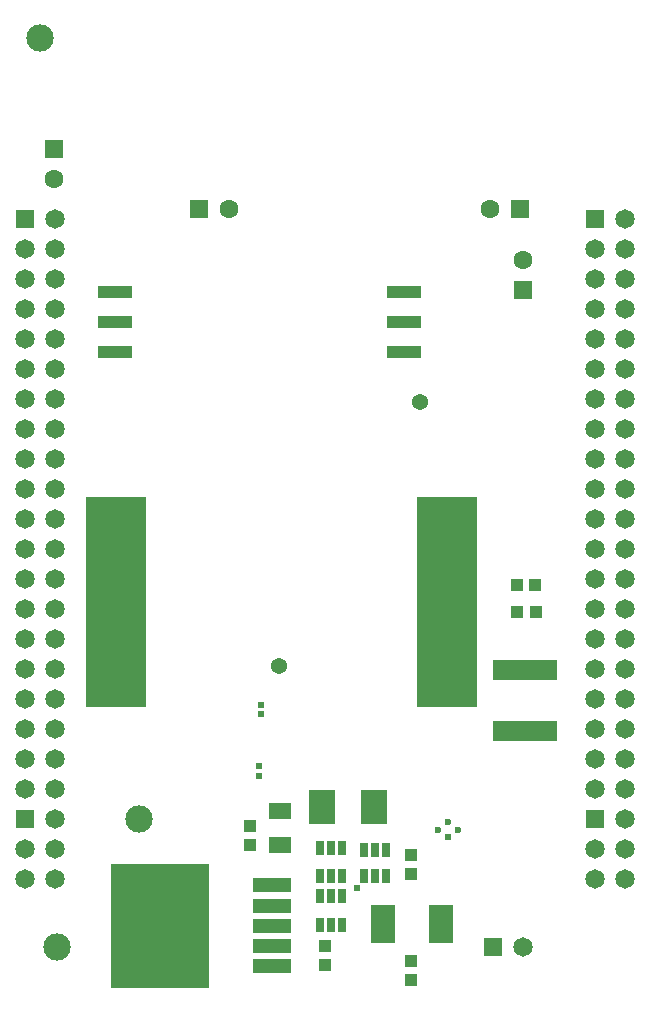
<source format=gbs>
%FSLAX25Y25*%
%MOIN*%
G70*
G01*
G75*
G04 Layer_Color=16711935*
%ADD10R,0.03937X0.03740*%
%ADD11R,0.03740X0.03937*%
%ADD12R,0.02362X0.05906*%
%ADD13R,0.02559X0.04331*%
%ADD14R,0.03150X0.02362*%
%ADD15R,0.08465X0.06693*%
%ADD16O,0.00945X0.02362*%
%ADD17R,0.05906X0.07480*%
%ADD18R,0.03150X0.03150*%
%ADD19R,0.04724X0.07874*%
%ADD20O,0.02362X0.00984*%
%ADD21R,0.06300X0.05000*%
%ADD22R,0.04724X0.03937*%
%ADD23R,0.08661X0.03937*%
%ADD24R,0.04331X0.02559*%
%ADD25O,0.02362X0.06299*%
%ADD26O,0.06299X0.02362*%
%ADD27C,0.01000*%
%ADD28C,0.02000*%
%ADD29C,0.01500*%
%ADD30C,0.06300*%
%ADD31C,0.03500*%
%ADD32C,0.02200*%
%ADD33C,0.06500*%
%ADD34C,0.04500*%
%ADD35C,0.06000*%
%ADD36C,0.04000*%
%ADD37R,0.01732X0.00787*%
%ADD38C,0.06000*%
%ADD39C,0.08700*%
%ADD40R,0.05906X0.05906*%
%ADD41C,0.05906*%
%ADD42R,0.06496X0.06496*%
%ADD43C,0.06496*%
%ADD44R,0.05906X0.05906*%
%ADD45R,0.06496X0.06496*%
%ADD46C,0.02000*%
%ADD47C,0.01969*%
%ADD48C,0.05000*%
%ADD49R,0.20079X0.70079*%
%ADD50R,0.32677X0.41142*%
%ADD51R,0.12598X0.04134*%
%ADD52R,0.20866X0.06299*%
%ADD53R,0.08500X0.10799*%
%ADD54R,0.07717X0.12402*%
%ADD55R,0.07284X0.05118*%
%ADD56R,0.11024X0.03937*%
%ADD57R,0.02500X0.04200*%
%ADD58C,0.00799*%
%ADD59C,0.00984*%
%ADD60C,0.00700*%
%ADD61C,0.00800*%
%ADD62C,0.00787*%
%ADD63C,0.00669*%
%ADD64C,0.00701*%
%ADD65C,0.00600*%
%ADD66R,0.02000X0.04000*%
%ADD67R,0.01000X0.11000*%
%ADD68R,0.10350X0.01000*%
%ADD69R,0.04000X0.02000*%
%ADD70R,0.00886X0.03937*%
%ADD71R,0.03839X0.06102*%
%ADD72R,0.04433X0.07043*%
%ADD73R,0.02362X0.02756*%
%ADD74R,0.00000X0.03150*%
%ADD75R,0.00000X0.00000*%
%ADD76R,0.04337X0.04140*%
%ADD77R,0.04140X0.04337*%
%ADD78R,0.02762X0.06306*%
%ADD79R,0.02959X0.04731*%
%ADD80R,0.03550X0.02762*%
%ADD81R,0.08865X0.07093*%
%ADD82O,0.01345X0.02762*%
%ADD83R,0.06306X0.07880*%
%ADD84R,0.03550X0.03550*%
%ADD85R,0.05124X0.08274*%
%ADD86O,0.02762X0.01384*%
%ADD87R,0.06700X0.05400*%
%ADD88R,0.05124X0.04337*%
%ADD89R,0.09061X0.04337*%
%ADD90R,0.04731X0.02959*%
%ADD91O,0.02762X0.06699*%
%ADD92O,0.06699X0.02762*%
%ADD93R,0.02132X0.01187*%
%ADD94C,0.09100*%
%ADD95R,0.06306X0.06306*%
%ADD96C,0.06306*%
%ADD97R,0.06306X0.06306*%
%ADD98C,0.02362*%
%ADD99C,0.02369*%
%ADD100C,0.05400*%
%ADD101R,0.20479X0.70479*%
%ADD102R,0.33077X0.41542*%
%ADD103R,0.12998X0.04534*%
%ADD104R,0.21266X0.06699*%
%ADD105R,0.08900X0.11199*%
%ADD106R,0.08117X0.12802*%
%ADD107R,0.07684X0.05518*%
%ADD108R,0.11424X0.04337*%
%ADD109R,0.02900X0.04600*%
%ADD110C,0.02400*%
D42*
X7500Y-277500D02*
D03*
X197500D02*
D03*
Y-77500D02*
D03*
X7500D02*
D03*
D43*
X17500Y-277500D02*
D03*
X7500Y-287500D02*
D03*
X17500D02*
D03*
X7500Y-297500D02*
D03*
X17500D02*
D03*
X207500Y-277500D02*
D03*
X197500Y-287500D02*
D03*
X207500D02*
D03*
X197500Y-297500D02*
D03*
X207500D02*
D03*
Y-267500D02*
D03*
X197500D02*
D03*
X207500Y-257500D02*
D03*
X197500D02*
D03*
X207500Y-247500D02*
D03*
X197500D02*
D03*
X207500Y-237500D02*
D03*
X197500D02*
D03*
X207500Y-227500D02*
D03*
X197500D02*
D03*
X207500Y-217500D02*
D03*
X197500D02*
D03*
X207500Y-207500D02*
D03*
X197500D02*
D03*
X207500Y-197500D02*
D03*
X197500D02*
D03*
X207500Y-187500D02*
D03*
X197500D02*
D03*
X207500Y-177500D02*
D03*
X197500D02*
D03*
X207500Y-137500D02*
D03*
X197500D02*
D03*
X207500Y-127500D02*
D03*
X197500D02*
D03*
X207500Y-117500D02*
D03*
X197500D02*
D03*
X207500Y-107500D02*
D03*
X197500D02*
D03*
X207500Y-97500D02*
D03*
X197500D02*
D03*
X207500Y-87500D02*
D03*
X197500D02*
D03*
X207500Y-77500D02*
D03*
X197500Y-147500D02*
D03*
X207500D02*
D03*
X197500Y-157500D02*
D03*
X207500D02*
D03*
X197500Y-167500D02*
D03*
X207500D02*
D03*
X17500Y-267500D02*
D03*
X7500D02*
D03*
X17500Y-257500D02*
D03*
X7500D02*
D03*
X17500Y-247500D02*
D03*
X7500D02*
D03*
X17500Y-237500D02*
D03*
X7500D02*
D03*
X17500Y-227500D02*
D03*
X7500D02*
D03*
X17500Y-217500D02*
D03*
X7500D02*
D03*
X17500Y-207500D02*
D03*
X7500D02*
D03*
X17500Y-197500D02*
D03*
X7500D02*
D03*
X17500Y-187500D02*
D03*
X7500D02*
D03*
X17500Y-177500D02*
D03*
X7500D02*
D03*
X17500Y-137500D02*
D03*
X7500D02*
D03*
X17500Y-127500D02*
D03*
X7500D02*
D03*
X17500Y-117500D02*
D03*
X7500D02*
D03*
X17500Y-107500D02*
D03*
X7500D02*
D03*
X17500Y-97500D02*
D03*
X7500D02*
D03*
X17500Y-87500D02*
D03*
X7500D02*
D03*
X17500Y-77500D02*
D03*
X7500Y-147500D02*
D03*
X17500D02*
D03*
X7500Y-157500D02*
D03*
X17500D02*
D03*
X7500Y-167500D02*
D03*
X17500D02*
D03*
X173500Y-320000D02*
D03*
D45*
X163500D02*
D03*
D76*
X171350Y-208500D02*
D03*
X177650D02*
D03*
X171256Y-199500D02*
D03*
X177555D02*
D03*
D77*
X136000Y-295650D02*
D03*
Y-289350D02*
D03*
Y-331150D02*
D03*
Y-324850D02*
D03*
X107500Y-326150D02*
D03*
Y-319850D02*
D03*
X82500Y-286150D02*
D03*
Y-279850D02*
D03*
D79*
X105760Y-296449D02*
D03*
X109500D02*
D03*
X113240D02*
D03*
Y-287000D02*
D03*
X109500D02*
D03*
X105760D02*
D03*
Y-312724D02*
D03*
X109500D02*
D03*
X113240D02*
D03*
Y-303276D02*
D03*
X109500D02*
D03*
X105760D02*
D03*
D94*
X18000Y-320000D02*
D03*
X12500Y-17000D02*
D03*
X45500Y-277500D02*
D03*
D95*
X173500Y-101000D02*
D03*
X17000Y-54000D02*
D03*
D96*
X173500Y-91000D02*
D03*
X17000Y-64000D02*
D03*
X75500Y-74000D02*
D03*
X162500D02*
D03*
D97*
X65500D02*
D03*
X172500D02*
D03*
D98*
X151748Y-281000D02*
D03*
X148500Y-278638D02*
D03*
X145252Y-281000D02*
D03*
D99*
X148500Y-283362D02*
D03*
X85500Y-259950D02*
D03*
Y-263050D02*
D03*
X86000Y-239450D02*
D03*
Y-242550D02*
D03*
D100*
X92000Y-226500D02*
D03*
X139000Y-138500D02*
D03*
D101*
X148129Y-205011D02*
D03*
X37893D02*
D03*
D102*
X52417Y-313000D02*
D03*
D103*
X89622Y-326386D02*
D03*
Y-319693D02*
D03*
Y-313000D02*
D03*
Y-306307D02*
D03*
Y-299614D02*
D03*
D104*
X174000Y-248236D02*
D03*
Y-227764D02*
D03*
D105*
X106299Y-273500D02*
D03*
X123701D02*
D03*
D106*
X126835Y-312500D02*
D03*
X146165D02*
D03*
D107*
X92500Y-286209D02*
D03*
Y-274791D02*
D03*
D108*
X37413Y-121646D02*
D03*
Y-111646D02*
D03*
Y-101646D02*
D03*
X133913Y-121646D02*
D03*
Y-111646D02*
D03*
Y-101646D02*
D03*
D109*
X127700Y-296500D02*
D03*
X124000D02*
D03*
X120300D02*
D03*
Y-287800D02*
D03*
X124000D02*
D03*
X127700D02*
D03*
D110*
X118000Y-300500D02*
D03*
M02*

</source>
